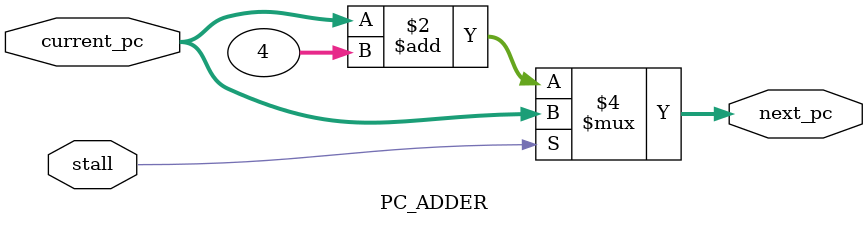
<source format=v>
module PC(input reset,
          input clk,
          input [31:0] next_pc,
          output reg [31:0] current_pc);
    
    always @(posedge clk) begin
        if (reset) begin
            current_pc <= 32'b0;
        end else begin
            current_pc <= next_pc;
        end
    end
endmodule

module PC_ADDER(input [31:0] current_pc,
                input stall,
                output reg [31:0] next_pc);
    
    always @(*) begin
        if (stall) begin
            next_pc = current_pc; // Don't increment PC when stall condition
        end else begin
            next_pc = current_pc + 4;
        end
    end

endmodule
</source>
